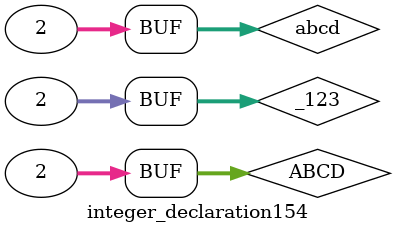
<source format=v>
module testbench_integer_declaration;
    integer_declaration0 integer_declaration_instance0();
    integer_declaration1 integer_declaration_instance1();
    integer_declaration2 integer_declaration_instance2();
    integer_declaration3 integer_declaration_instance3();
    integer_declaration4 integer_declaration_instance4();
    integer_declaration5 integer_declaration_instance5();
    integer_declaration6 integer_declaration_instance6();
    integer_declaration7 integer_declaration_instance7();
    integer_declaration8 integer_declaration_instance8();
    integer_declaration9 integer_declaration_instance9();
    integer_declaration10 integer_declaration_instance10();
    integer_declaration11 integer_declaration_instance11();
    integer_declaration12 integer_declaration_instance12();
    integer_declaration13 integer_declaration_instance13();
    integer_declaration14 integer_declaration_instance14();
    integer_declaration15 integer_declaration_instance15();
    integer_declaration16 integer_declaration_instance16();
    integer_declaration17 integer_declaration_instance17();
    integer_declaration18 integer_declaration_instance18();
    integer_declaration19 integer_declaration_instance19();
    integer_declaration20 integer_declaration_instance20();
    integer_declaration21 integer_declaration_instance21();
    integer_declaration22 integer_declaration_instance22();
    integer_declaration23 integer_declaration_instance23();
    integer_declaration24 integer_declaration_instance24();
    integer_declaration25 integer_declaration_instance25();
    integer_declaration26 integer_declaration_instance26();
    integer_declaration27 integer_declaration_instance27();
    integer_declaration28 integer_declaration_instance28();
    integer_declaration29 integer_declaration_instance29();
    integer_declaration30 integer_declaration_instance30();
    integer_declaration31 integer_declaration_instance31();
    integer_declaration32 integer_declaration_instance32();
    integer_declaration33 integer_declaration_instance33();
    integer_declaration34 integer_declaration_instance34();
    integer_declaration35 integer_declaration_instance35();
    integer_declaration36 integer_declaration_instance36();
    integer_declaration37 integer_declaration_instance37();
    integer_declaration38 integer_declaration_instance38();
    integer_declaration39 integer_declaration_instance39();
    integer_declaration40 integer_declaration_instance40();
    integer_declaration41 integer_declaration_instance41();
    integer_declaration42 integer_declaration_instance42();
    integer_declaration43 integer_declaration_instance43();
    integer_declaration44 integer_declaration_instance44();
    integer_declaration45 integer_declaration_instance45();
    integer_declaration46 integer_declaration_instance46();
    integer_declaration47 integer_declaration_instance47();
    integer_declaration48 integer_declaration_instance48();
    integer_declaration49 integer_declaration_instance49();
    integer_declaration50 integer_declaration_instance50();
    integer_declaration51 integer_declaration_instance51();
    integer_declaration52 integer_declaration_instance52();
    integer_declaration53 integer_declaration_instance53();
    integer_declaration54 integer_declaration_instance54();
    integer_declaration55 integer_declaration_instance55();
    integer_declaration56 integer_declaration_instance56();
    integer_declaration57 integer_declaration_instance57();
    integer_declaration58 integer_declaration_instance58();
    integer_declaration59 integer_declaration_instance59();
    integer_declaration60 integer_declaration_instance60();
    integer_declaration61 integer_declaration_instance61();
    integer_declaration62 integer_declaration_instance62();
    integer_declaration63 integer_declaration_instance63();
    integer_declaration64 integer_declaration_instance64();
    integer_declaration65 integer_declaration_instance65();
    integer_declaration66 integer_declaration_instance66();
    integer_declaration67 integer_declaration_instance67();
    integer_declaration68 integer_declaration_instance68();
    integer_declaration69 integer_declaration_instance69();
    integer_declaration70 integer_declaration_instance70();
    integer_declaration71 integer_declaration_instance71();
    integer_declaration72 integer_declaration_instance72();
    integer_declaration73 integer_declaration_instance73();
    integer_declaration74 integer_declaration_instance74();
    integer_declaration75 integer_declaration_instance75();
    integer_declaration76 integer_declaration_instance76();
    integer_declaration77 integer_declaration_instance77();
    integer_declaration78 integer_declaration_instance78();
    integer_declaration79 integer_declaration_instance79();
    integer_declaration80 integer_declaration_instance80();
    integer_declaration81 integer_declaration_instance81();
    integer_declaration82 integer_declaration_instance82();
    integer_declaration83 integer_declaration_instance83();
    integer_declaration84 integer_declaration_instance84();
    integer_declaration85 integer_declaration_instance85();
    integer_declaration86 integer_declaration_instance86();
    integer_declaration87 integer_declaration_instance87();
    integer_declaration88 integer_declaration_instance88();
    integer_declaration89 integer_declaration_instance89();
    integer_declaration90 integer_declaration_instance90();
    integer_declaration91 integer_declaration_instance91();
    integer_declaration92 integer_declaration_instance92();
    integer_declaration93 integer_declaration_instance93();
    integer_declaration94 integer_declaration_instance94();
    integer_declaration95 integer_declaration_instance95();
    integer_declaration96 integer_declaration_instance96();
    integer_declaration97 integer_declaration_instance97();
    integer_declaration98 integer_declaration_instance98();
    integer_declaration99 integer_declaration_instance99();
    integer_declaration100 integer_declaration_instance100();
    integer_declaration101 integer_declaration_instance101();
    integer_declaration102 integer_declaration_instance102();
    integer_declaration103 integer_declaration_instance103();
    integer_declaration104 integer_declaration_instance104();
    integer_declaration105 integer_declaration_instance105();
    integer_declaration106 integer_declaration_instance106();
    integer_declaration107 integer_declaration_instance107();
    integer_declaration108 integer_declaration_instance108();
    integer_declaration109 integer_declaration_instance109();
    integer_declaration110 integer_declaration_instance110();
    integer_declaration111 integer_declaration_instance111();
    integer_declaration112 integer_declaration_instance112();
    integer_declaration113 integer_declaration_instance113();
    integer_declaration114 integer_declaration_instance114();
    integer_declaration115 integer_declaration_instance115();
    integer_declaration116 integer_declaration_instance116();
    integer_declaration117 integer_declaration_instance117();
    integer_declaration118 integer_declaration_instance118();
    integer_declaration119 integer_declaration_instance119();
    integer_declaration120 integer_declaration_instance120();
    integer_declaration121 integer_declaration_instance121();
    integer_declaration122 integer_declaration_instance122();
    integer_declaration123 integer_declaration_instance123();
    integer_declaration124 integer_declaration_instance124();
    integer_declaration125 integer_declaration_instance125();
    integer_declaration126 integer_declaration_instance126();
    integer_declaration127 integer_declaration_instance127();
    integer_declaration128 integer_declaration_instance128();
    integer_declaration129 integer_declaration_instance129();
    integer_declaration130 integer_declaration_instance130();
    integer_declaration131 integer_declaration_instance131();
    integer_declaration132 integer_declaration_instance132();
    integer_declaration133 integer_declaration_instance133();
    integer_declaration134 integer_declaration_instance134();
    integer_declaration135 integer_declaration_instance135();
    integer_declaration136 integer_declaration_instance136();
    integer_declaration137 integer_declaration_instance137();
    integer_declaration138 integer_declaration_instance138();
    integer_declaration139 integer_declaration_instance139();
    integer_declaration140 integer_declaration_instance140();
    integer_declaration141 integer_declaration_instance141();
    integer_declaration142 integer_declaration_instance142();
    integer_declaration143 integer_declaration_instance143();
    integer_declaration144 integer_declaration_instance144();
    integer_declaration145 integer_declaration_instance145();
    integer_declaration146 integer_declaration_instance146();
    integer_declaration147 integer_declaration_instance147();
    integer_declaration148 integer_declaration_instance148();
    integer_declaration149 integer_declaration_instance149();
    integer_declaration150 integer_declaration_instance150();
    integer_declaration151 integer_declaration_instance151();
    integer_declaration152 integer_declaration_instance152();
    integer_declaration153 integer_declaration_instance153();
    integer_declaration154 integer_declaration_instance154();
endmodule
//@
//author : andreib
module integer_declaration0;
integer abcd;
endmodule
//author : andreib
module integer_declaration1;
integer abcd , ABCD;
endmodule
//author : andreib
module integer_declaration2;
integer abcd , ABCD , _123;
endmodule
//author : andreib
module integer_declaration3;
integer abcd , ABCD , _123 [ 2 : 2 ];
endmodule
//author : andreib
module integer_declaration4;
integer abcd , ABCD , _123 [ 2 : 2 ] [ 2 : 2 ];
endmodule
//author : andreib
module integer_declaration5;
integer abcd , ABCD , _123 [ 2 : 2 ] [ 2 : 2 ] [ 2 : 2 ];
endmodule
//author : andreib
module integer_declaration6;
integer abcd , ABCD , _123 = 2;
endmodule
//author : andreib
module integer_declaration7;
integer abcd , ABCD [ 2 : 2 ];
endmodule
//author : andreib
module integer_declaration8;
integer abcd , ABCD [ 2 : 2 ] , _123;
endmodule
//author : andreib
module integer_declaration9;
integer abcd , ABCD [ 2 : 2 ] , _123 [ 2 : 2 ];
endmodule
//author : andreib
module integer_declaration10;
integer abcd , ABCD [ 2 : 2 ] , _123 [ 2 : 2 ] [ 2 : 2 ];
endmodule
//author : andreib
module integer_declaration11;
integer abcd , ABCD [ 2 : 2 ] , _123 [ 2 : 2 ] [ 2 : 2 ] [ 2 : 2 ];
endmodule
//author : andreib
module integer_declaration12;
integer abcd , ABCD [ 2 : 2 ] , _123 = 2;
endmodule
//author : andreib
module integer_declaration13;
integer abcd , ABCD [ 2 : 2 ] [ 2 : 2 ];
endmodule
//author : andreib
module integer_declaration14;
integer abcd , ABCD [ 2 : 2 ] [ 2 : 2 ] , _123;
endmodule
//author : andreib
module integer_declaration15;
integer abcd , ABCD [ 2 : 2 ] [ 2 : 2 ] , _123 [ 2 : 2 ];
endmodule
//author : andreib
module integer_declaration16;
integer abcd , ABCD [ 2 : 2 ] [ 2 : 2 ] , _123 [ 2 : 2 ] [ 2 : 2 ];
endmodule
//author : andreib
module integer_declaration17;
integer abcd , ABCD [ 2 : 2 ] [ 2 : 2 ] , _123 [ 2 : 2 ] [ 2 : 2 ] [ 2 : 2 ];
endmodule
//author : andreib
module integer_declaration18;
integer abcd , ABCD [ 2 : 2 ] [ 2 : 2 ] , _123 = 2;
endmodule
//author : andreib
module integer_declaration19;
integer abcd , ABCD [ 2 : 2 ] [ 2 : 2 ] [ 2 : 2 ];
endmodule
//author : andreib
module integer_declaration20;
integer abcd , ABCD [ 2 : 2 ] [ 2 : 2 ] [ 2 : 2 ] , _123;
endmodule
//author : andreib
module integer_declaration21;
integer abcd , ABCD [ 2 : 2 ] [ 2 : 2 ] [ 2 : 2 ] , _123 [ 2 : 2 ];
endmodule
//author : andreib
module integer_declaration22;
integer abcd , ABCD [ 2 : 2 ] [ 2 : 2 ] [ 2 : 2 ] , _123 [ 2 : 2 ] [ 2 : 2 ];
endmodule
//author : andreib
module integer_declaration23;
integer abcd , ABCD [ 2 : 2 ] [ 2 : 2 ] [ 2 : 2 ] , _123 [ 2 : 2 ] [ 2 : 2 ] [ 2 : 2 ];
endmodule
//author : andreib
module integer_declaration24;
integer abcd , ABCD [ 2 : 2 ] [ 2 : 2 ] [ 2 : 2 ] , _123 = 2;
endmodule
//author : andreib
module integer_declaration25;
integer abcd , ABCD = 2;
endmodule
//author : andreib
module integer_declaration26;
integer abcd , ABCD = 2 , _123;
endmodule
//author : andreib
module integer_declaration27;
integer abcd , ABCD = 2 , _123 [ 2 : 2 ];
endmodule
//author : andreib
module integer_declaration28;
integer abcd , ABCD = 2 , _123 [ 2 : 2 ] [ 2 : 2 ];
endmodule
//author : andreib
module integer_declaration29;
integer abcd , ABCD = 2 , _123 [ 2 : 2 ] [ 2 : 2 ] [ 2 : 2 ];
endmodule
//author : andreib
module integer_declaration30;
integer abcd , ABCD = 2 , _123 = 2;
endmodule
//author : andreib
module integer_declaration31;
integer abcd [ 2 : 2 ];
endmodule
//author : andreib
module integer_declaration32;
integer abcd [ 2 : 2 ] , ABCD;
endmodule
//author : andreib
module integer_declaration33;
integer abcd [ 2 : 2 ] , ABCD , _123;
endmodule
//author : andreib
module integer_declaration34;
integer abcd [ 2 : 2 ] , ABCD , _123 [ 2 : 2 ];
endmodule
//author : andreib
module integer_declaration35;
integer abcd [ 2 : 2 ] , ABCD , _123 [ 2 : 2 ] [ 2 : 2 ];
endmodule
//author : andreib
module integer_declaration36;
integer abcd [ 2 : 2 ] , ABCD , _123 [ 2 : 2 ] [ 2 : 2 ] [ 2 : 2 ];
endmodule
//author : andreib
module integer_declaration37;
integer abcd [ 2 : 2 ] , ABCD , _123 = 2;
endmodule
//author : andreib
module integer_declaration38;
integer abcd [ 2 : 2 ] , ABCD [ 2 : 2 ];
endmodule
//author : andreib
module integer_declaration39;
integer abcd [ 2 : 2 ] , ABCD [ 2 : 2 ] , _123;
endmodule
//author : andreib
module integer_declaration40;
integer abcd [ 2 : 2 ] , ABCD [ 2 : 2 ] , _123 [ 2 : 2 ];
endmodule
//author : andreib
module integer_declaration41;
integer abcd [ 2 : 2 ] , ABCD [ 2 : 2 ] , _123 [ 2 : 2 ] [ 2 : 2 ];
endmodule
//author : andreib
module integer_declaration42;
integer abcd [ 2 : 2 ] , ABCD [ 2 : 2 ] , _123 [ 2 : 2 ] [ 2 : 2 ] [ 2 : 2 ];
endmodule
//author : andreib
module integer_declaration43;
integer abcd [ 2 : 2 ] , ABCD [ 2 : 2 ] , _123 = 2;
endmodule
//author : andreib
module integer_declaration44;
integer abcd [ 2 : 2 ] , ABCD [ 2 : 2 ] [ 2 : 2 ];
endmodule
//author : andreib
module integer_declaration45;
integer abcd [ 2 : 2 ] , ABCD [ 2 : 2 ] [ 2 : 2 ] , _123;
endmodule
//author : andreib
module integer_declaration46;
integer abcd [ 2 : 2 ] , ABCD [ 2 : 2 ] [ 2 : 2 ] , _123 [ 2 : 2 ];
endmodule
//author : andreib
module integer_declaration47;
integer abcd [ 2 : 2 ] , ABCD [ 2 : 2 ] [ 2 : 2 ] , _123 [ 2 : 2 ] [ 2 : 2 ];
endmodule
//author : andreib
module integer_declaration48;
integer abcd [ 2 : 2 ] , ABCD [ 2 : 2 ] [ 2 : 2 ] , _123 [ 2 : 2 ] [ 2 : 2 ] [ 2 : 2 ];
endmodule
//author : andreib
module integer_declaration49;
integer abcd [ 2 : 2 ] , ABCD [ 2 : 2 ] [ 2 : 2 ] , _123 = 2;
endmodule
//author : andreib
module integer_declaration50;
integer abcd [ 2 : 2 ] , ABCD [ 2 : 2 ] [ 2 : 2 ] [ 2 : 2 ];
endmodule
//author : andreib
module integer_declaration51;
integer abcd [ 2 : 2 ] , ABCD [ 2 : 2 ] [ 2 : 2 ] [ 2 : 2 ] , _123;
endmodule
//author : andreib
module integer_declaration52;
integer abcd [ 2 : 2 ] , ABCD [ 2 : 2 ] [ 2 : 2 ] [ 2 : 2 ] , _123 [ 2 : 2 ];
endmodule
//author : andreib
module integer_declaration53;
integer abcd [ 2 : 2 ] , ABCD [ 2 : 2 ] [ 2 : 2 ] [ 2 : 2 ] , _123 [ 2 : 2 ] [ 2 : 2 ];
endmodule
//author : andreib
module integer_declaration54;
integer abcd [ 2 : 2 ] , ABCD [ 2 : 2 ] [ 2 : 2 ] [ 2 : 2 ] , _123 [ 2 : 2 ] [ 2 : 2 ] [ 2 : 2 ];
endmodule
//author : andreib
module integer_declaration55;
integer abcd [ 2 : 2 ] , ABCD [ 2 : 2 ] [ 2 : 2 ] [ 2 : 2 ] , _123 = 2;
endmodule
//author : andreib
module integer_declaration56;
integer abcd [ 2 : 2 ] , ABCD = 2;
endmodule
//author : andreib
module integer_declaration57;
integer abcd [ 2 : 2 ] , ABCD = 2 , _123;
endmodule
//author : andreib
module integer_declaration58;
integer abcd [ 2 : 2 ] , ABCD = 2 , _123 [ 2 : 2 ];
endmodule
//author : andreib
module integer_declaration59;
integer abcd [ 2 : 2 ] , ABCD = 2 , _123 [ 2 : 2 ] [ 2 : 2 ];
endmodule
//author : andreib
module integer_declaration60;
integer abcd [ 2 : 2 ] , ABCD = 2 , _123 [ 2 : 2 ] [ 2 : 2 ] [ 2 : 2 ];
endmodule
//author : andreib
module integer_declaration61;
integer abcd [ 2 : 2 ] , ABCD = 2 , _123 = 2;
endmodule
//author : andreib
module integer_declaration62;
integer abcd [ 2 : 2 ] [ 2 : 2 ];
endmodule
//author : andreib
module integer_declaration63;
integer abcd [ 2 : 2 ] [ 2 : 2 ] , ABCD;
endmodule
//author : andreib
module integer_declaration64;
integer abcd [ 2 : 2 ] [ 2 : 2 ] , ABCD , _123;
endmodule
//author : andreib
module integer_declaration65;
integer abcd [ 2 : 2 ] [ 2 : 2 ] , ABCD , _123 [ 2 : 2 ];
endmodule
//author : andreib
module integer_declaration66;
integer abcd [ 2 : 2 ] [ 2 : 2 ] , ABCD , _123 [ 2 : 2 ] [ 2 : 2 ];
endmodule
//author : andreib
module integer_declaration67;
integer abcd [ 2 : 2 ] [ 2 : 2 ] , ABCD , _123 [ 2 : 2 ] [ 2 : 2 ] [ 2 : 2 ];
endmodule
//author : andreib
module integer_declaration68;
integer abcd [ 2 : 2 ] [ 2 : 2 ] , ABCD , _123 = 2;
endmodule
//author : andreib
module integer_declaration69;
integer abcd [ 2 : 2 ] [ 2 : 2 ] , ABCD [ 2 : 2 ];
endmodule
//author : andreib
module integer_declaration70;
integer abcd [ 2 : 2 ] [ 2 : 2 ] , ABCD [ 2 : 2 ] , _123;
endmodule
//author : andreib
module integer_declaration71;
integer abcd [ 2 : 2 ] [ 2 : 2 ] , ABCD [ 2 : 2 ] , _123 [ 2 : 2 ];
endmodule
//author : andreib
module integer_declaration72;
integer abcd [ 2 : 2 ] [ 2 : 2 ] , ABCD [ 2 : 2 ] , _123 [ 2 : 2 ] [ 2 : 2 ];
endmodule
//author : andreib
module integer_declaration73;
integer abcd [ 2 : 2 ] [ 2 : 2 ] , ABCD [ 2 : 2 ] , _123 [ 2 : 2 ] [ 2 : 2 ] [ 2 : 2 ];
endmodule
//author : andreib
module integer_declaration74;
integer abcd [ 2 : 2 ] [ 2 : 2 ] , ABCD [ 2 : 2 ] , _123 = 2;
endmodule
//author : andreib
module integer_declaration75;
integer abcd [ 2 : 2 ] [ 2 : 2 ] , ABCD [ 2 : 2 ] [ 2 : 2 ];
endmodule
//author : andreib
module integer_declaration76;
integer abcd [ 2 : 2 ] [ 2 : 2 ] , ABCD [ 2 : 2 ] [ 2 : 2 ] , _123;
endmodule
//author : andreib
module integer_declaration77;
integer abcd [ 2 : 2 ] [ 2 : 2 ] , ABCD [ 2 : 2 ] [ 2 : 2 ] , _123 [ 2 : 2 ];
endmodule
//author : andreib
module integer_declaration78;
integer abcd [ 2 : 2 ] [ 2 : 2 ] , ABCD [ 2 : 2 ] [ 2 : 2 ] , _123 [ 2 : 2 ] [ 2 : 2 ];
endmodule
//author : andreib
module integer_declaration79;
integer abcd [ 2 : 2 ] [ 2 : 2 ] , ABCD [ 2 : 2 ] [ 2 : 2 ] , _123 [ 2 : 2 ] [ 2 : 2 ] [ 2 : 2 ];
endmodule
//author : andreib
module integer_declaration80;
integer abcd [ 2 : 2 ] [ 2 : 2 ] , ABCD [ 2 : 2 ] [ 2 : 2 ] , _123 = 2;
endmodule
//author : andreib
module integer_declaration81;
integer abcd [ 2 : 2 ] [ 2 : 2 ] , ABCD [ 2 : 2 ] [ 2 : 2 ] [ 2 : 2 ];
endmodule
//author : andreib
module integer_declaration82;
integer abcd [ 2 : 2 ] [ 2 : 2 ] , ABCD [ 2 : 2 ] [ 2 : 2 ] [ 2 : 2 ] , _123;
endmodule
//author : andreib
module integer_declaration83;
integer abcd [ 2 : 2 ] [ 2 : 2 ] , ABCD [ 2 : 2 ] [ 2 : 2 ] [ 2 : 2 ] , _123 [ 2 : 2 ];
endmodule
//author : andreib
module integer_declaration84;
integer abcd [ 2 : 2 ] [ 2 : 2 ] , ABCD [ 2 : 2 ] [ 2 : 2 ] [ 2 : 2 ] , _123 [ 2 : 2 ] [ 2 : 2 ];
endmodule
//author : andreib
module integer_declaration85;
integer abcd [ 2 : 2 ] [ 2 : 2 ] , ABCD [ 2 : 2 ] [ 2 : 2 ] [ 2 : 2 ] , _123 [ 2 : 2 ] [ 2 : 2 ] [ 2 : 2 ];
endmodule
//author : andreib
module integer_declaration86;
integer abcd [ 2 : 2 ] [ 2 : 2 ] , ABCD [ 2 : 2 ] [ 2 : 2 ] [ 2 : 2 ] , _123 = 2;
endmodule
//author : andreib
module integer_declaration87;
integer abcd [ 2 : 2 ] [ 2 : 2 ] , ABCD = 2;
endmodule
//author : andreib
module integer_declaration88;
integer abcd [ 2 : 2 ] [ 2 : 2 ] , ABCD = 2 , _123;
endmodule
//author : andreib
module integer_declaration89;
integer abcd [ 2 : 2 ] [ 2 : 2 ] , ABCD = 2 , _123 [ 2 : 2 ];
endmodule
//author : andreib
module integer_declaration90;
integer abcd [ 2 : 2 ] [ 2 : 2 ] , ABCD = 2 , _123 [ 2 : 2 ] [ 2 : 2 ];
endmodule
//author : andreib
module integer_declaration91;
integer abcd [ 2 : 2 ] [ 2 : 2 ] , ABCD = 2 , _123 [ 2 : 2 ] [ 2 : 2 ] [ 2 : 2 ];
endmodule
//author : andreib
module integer_declaration92;
integer abcd [ 2 : 2 ] [ 2 : 2 ] , ABCD = 2 , _123 = 2;
endmodule
//author : andreib
module integer_declaration93;
integer abcd [ 2 : 2 ] [ 2 : 2 ] [ 2 : 2 ];
endmodule
//author : andreib
module integer_declaration94;
integer abcd [ 2 : 2 ] [ 2 : 2 ] [ 2 : 2 ] , ABCD;
endmodule
//author : andreib
module integer_declaration95;
integer abcd [ 2 : 2 ] [ 2 : 2 ] [ 2 : 2 ] , ABCD , _123;
endmodule
//author : andreib
module integer_declaration96;
integer abcd [ 2 : 2 ] [ 2 : 2 ] [ 2 : 2 ] , ABCD , _123 [ 2 : 2 ];
endmodule
//author : andreib
module integer_declaration97;
integer abcd [ 2 : 2 ] [ 2 : 2 ] [ 2 : 2 ] , ABCD , _123 [ 2 : 2 ] [ 2 : 2 ];
endmodule
//author : andreib
module integer_declaration98;
integer abcd [ 2 : 2 ] [ 2 : 2 ] [ 2 : 2 ] , ABCD , _123 [ 2 : 2 ] [ 2 : 2 ] [ 2 : 2 ];
endmodule
//author : andreib
module integer_declaration99;
integer abcd [ 2 : 2 ] [ 2 : 2 ] [ 2 : 2 ] , ABCD , _123 = 2;
endmodule
//author : andreib
module integer_declaration100;
integer abcd [ 2 : 2 ] [ 2 : 2 ] [ 2 : 2 ] , ABCD [ 2 : 2 ];
endmodule
//author : andreib
module integer_declaration101;
integer abcd [ 2 : 2 ] [ 2 : 2 ] [ 2 : 2 ] , ABCD [ 2 : 2 ] , _123;
endmodule
//author : andreib
module integer_declaration102;
integer abcd [ 2 : 2 ] [ 2 : 2 ] [ 2 : 2 ] , ABCD [ 2 : 2 ] , _123 [ 2 : 2 ];
endmodule
//author : andreib
module integer_declaration103;
integer abcd [ 2 : 2 ] [ 2 : 2 ] [ 2 : 2 ] , ABCD [ 2 : 2 ] , _123 [ 2 : 2 ] [ 2 : 2 ];
endmodule
//author : andreib
module integer_declaration104;
integer abcd [ 2 : 2 ] [ 2 : 2 ] [ 2 : 2 ] , ABCD [ 2 : 2 ] , _123 [ 2 : 2 ] [ 2 : 2 ] [ 2 : 2 ];
endmodule
//author : andreib
module integer_declaration105;
integer abcd [ 2 : 2 ] [ 2 : 2 ] [ 2 : 2 ] , ABCD [ 2 : 2 ] , _123 = 2;
endmodule
//author : andreib
module integer_declaration106;
integer abcd [ 2 : 2 ] [ 2 : 2 ] [ 2 : 2 ] , ABCD [ 2 : 2 ] [ 2 : 2 ];
endmodule
//author : andreib
module integer_declaration107;
integer abcd [ 2 : 2 ] [ 2 : 2 ] [ 2 : 2 ] , ABCD [ 2 : 2 ] [ 2 : 2 ] , _123;
endmodule
//author : andreib
module integer_declaration108;
integer abcd [ 2 : 2 ] [ 2 : 2 ] [ 2 : 2 ] , ABCD [ 2 : 2 ] [ 2 : 2 ] , _123 [ 2 : 2 ];
endmodule
//author : andreib
module integer_declaration109;
integer abcd [ 2 : 2 ] [ 2 : 2 ] [ 2 : 2 ] , ABCD [ 2 : 2 ] [ 2 : 2 ] , _123 [ 2 : 2 ] [ 2 : 2 ];
endmodule
//author : andreib
module integer_declaration110;
integer abcd [ 2 : 2 ] [ 2 : 2 ] [ 2 : 2 ] , ABCD [ 2 : 2 ] [ 2 : 2 ] , _123 [ 2 : 2 ] [ 2 : 2 ] [ 2 : 2 ];
endmodule
//author : andreib
module integer_declaration111;
integer abcd [ 2 : 2 ] [ 2 : 2 ] [ 2 : 2 ] , ABCD [ 2 : 2 ] [ 2 : 2 ] , _123 = 2;
endmodule
//author : andreib
module integer_declaration112;
integer abcd [ 2 : 2 ] [ 2 : 2 ] [ 2 : 2 ] , ABCD [ 2 : 2 ] [ 2 : 2 ] [ 2 : 2 ];
endmodule
//author : andreib
module integer_declaration113;
integer abcd [ 2 : 2 ] [ 2 : 2 ] [ 2 : 2 ] , ABCD [ 2 : 2 ] [ 2 : 2 ] [ 2 : 2 ] , _123;
endmodule
//author : andreib
module integer_declaration114;
integer abcd [ 2 : 2 ] [ 2 : 2 ] [ 2 : 2 ] , ABCD [ 2 : 2 ] [ 2 : 2 ] [ 2 : 2 ] , _123 [ 2 : 2 ];
endmodule
//author : andreib
module integer_declaration115;
integer abcd [ 2 : 2 ] [ 2 : 2 ] [ 2 : 2 ] , ABCD [ 2 : 2 ] [ 2 : 2 ] [ 2 : 2 ] , _123 [ 2 : 2 ] [ 2 : 2 ];
endmodule
//author : andreib
module integer_declaration116;
integer abcd [ 2 : 2 ] [ 2 : 2 ] [ 2 : 2 ] , ABCD [ 2 : 2 ] [ 2 : 2 ] [ 2 : 2 ] , _123 [ 2 : 2 ] [ 2 : 2 ] [ 2 : 2 ];
endmodule
//author : andreib
module integer_declaration117;
integer abcd [ 2 : 2 ] [ 2 : 2 ] [ 2 : 2 ] , ABCD [ 2 : 2 ] [ 2 : 2 ] [ 2 : 2 ] , _123 = 2;
endmodule
//author : andreib
module integer_declaration118;
integer abcd [ 2 : 2 ] [ 2 : 2 ] [ 2 : 2 ] , ABCD = 2;
endmodule
//author : andreib
module integer_declaration119;
integer abcd [ 2 : 2 ] [ 2 : 2 ] [ 2 : 2 ] , ABCD = 2 , _123;
endmodule
//author : andreib
module integer_declaration120;
integer abcd [ 2 : 2 ] [ 2 : 2 ] [ 2 : 2 ] , ABCD = 2 , _123 [ 2 : 2 ];
endmodule
//author : andreib
module integer_declaration121;
integer abcd [ 2 : 2 ] [ 2 : 2 ] [ 2 : 2 ] , ABCD = 2 , _123 [ 2 : 2 ] [ 2 : 2 ];
endmodule
//author : andreib
module integer_declaration122;
integer abcd [ 2 : 2 ] [ 2 : 2 ] [ 2 : 2 ] , ABCD = 2 , _123 [ 2 : 2 ] [ 2 : 2 ] [ 2 : 2 ];
endmodule
//author : andreib
module integer_declaration123;
integer abcd [ 2 : 2 ] [ 2 : 2 ] [ 2 : 2 ] , ABCD = 2 , _123 = 2;
endmodule
//author : andreib
module integer_declaration124;
integer abcd = 2;
endmodule
//author : andreib
module integer_declaration125;
integer abcd = 2 , ABCD;
endmodule
//author : andreib
module integer_declaration126;
integer abcd = 2 , ABCD , _123;
endmodule
//author : andreib
module integer_declaration127;
integer abcd = 2 , ABCD , _123 [ 2 : 2 ];
endmodule
//author : andreib
module integer_declaration128;
integer abcd = 2 , ABCD , _123 [ 2 : 2 ] [ 2 : 2 ];
endmodule
//author : andreib
module integer_declaration129;
integer abcd = 2 , ABCD , _123 [ 2 : 2 ] [ 2 : 2 ] [ 2 : 2 ];
endmodule
//author : andreib
module integer_declaration130;
integer abcd = 2 , ABCD , _123 = 2;
endmodule
//author : andreib
module integer_declaration131;
integer abcd = 2 , ABCD [ 2 : 2 ];
endmodule
//author : andreib
module integer_declaration132;
integer abcd = 2 , ABCD [ 2 : 2 ] , _123;
endmodule
//author : andreib
module integer_declaration133;
integer abcd = 2 , ABCD [ 2 : 2 ] , _123 [ 2 : 2 ];
endmodule
//author : andreib
module integer_declaration134;
integer abcd = 2 , ABCD [ 2 : 2 ] , _123 [ 2 : 2 ] [ 2 : 2 ];
endmodule
//author : andreib
module integer_declaration135;
integer abcd = 2 , ABCD [ 2 : 2 ] , _123 [ 2 : 2 ] [ 2 : 2 ] [ 2 : 2 ];
endmodule
//author : andreib
module integer_declaration136;
integer abcd = 2 , ABCD [ 2 : 2 ] , _123 = 2;
endmodule
//author : andreib
module integer_declaration137;
integer abcd = 2 , ABCD [ 2 : 2 ] [ 2 : 2 ];
endmodule
//author : andreib
module integer_declaration138;
integer abcd = 2 , ABCD [ 2 : 2 ] [ 2 : 2 ] , _123;
endmodule
//author : andreib
module integer_declaration139;
integer abcd = 2 , ABCD [ 2 : 2 ] [ 2 : 2 ] , _123 [ 2 : 2 ];
endmodule
//author : andreib
module integer_declaration140;
integer abcd = 2 , ABCD [ 2 : 2 ] [ 2 : 2 ] , _123 [ 2 : 2 ] [ 2 : 2 ];
endmodule
//author : andreib
module integer_declaration141;
integer abcd = 2 , ABCD [ 2 : 2 ] [ 2 : 2 ] , _123 [ 2 : 2 ] [ 2 : 2 ] [ 2 : 2 ];
endmodule
//author : andreib
module integer_declaration142;
integer abcd = 2 , ABCD [ 2 : 2 ] [ 2 : 2 ] , _123 = 2;
endmodule
//author : andreib
module integer_declaration143;
integer abcd = 2 , ABCD [ 2 : 2 ] [ 2 : 2 ] [ 2 : 2 ];
endmodule
//author : andreib
module integer_declaration144;
integer abcd = 2 , ABCD [ 2 : 2 ] [ 2 : 2 ] [ 2 : 2 ] , _123;
endmodule
//author : andreib
module integer_declaration145;
integer abcd = 2 , ABCD [ 2 : 2 ] [ 2 : 2 ] [ 2 : 2 ] , _123 [ 2 : 2 ];
endmodule
//author : andreib
module integer_declaration146;
integer abcd = 2 , ABCD [ 2 : 2 ] [ 2 : 2 ] [ 2 : 2 ] , _123 [ 2 : 2 ] [ 2 : 2 ];
endmodule
//author : andreib
module integer_declaration147;
integer abcd = 2 , ABCD [ 2 : 2 ] [ 2 : 2 ] [ 2 : 2 ] , _123 [ 2 : 2 ] [ 2 : 2 ] [ 2 : 2 ];
endmodule
//author : andreib
module integer_declaration148;
integer abcd = 2 , ABCD [ 2 : 2 ] [ 2 : 2 ] [ 2 : 2 ] , _123 = 2;
endmodule
//author : andreib
module integer_declaration149;
integer abcd = 2 , ABCD = 2;
endmodule
//author : andreib
module integer_declaration150;
integer abcd = 2 , ABCD = 2 , _123;
endmodule
//author : andreib
module integer_declaration151;
integer abcd = 2 , ABCD = 2 , _123 [ 2 : 2 ];
endmodule
//author : andreib
module integer_declaration152;
integer abcd = 2 , ABCD = 2 , _123 [ 2 : 2 ] [ 2 : 2 ];
endmodule
//author : andreib
module integer_declaration153;
integer abcd = 2 , ABCD = 2 , _123 [ 2 : 2 ] [ 2 : 2 ] [ 2 : 2 ];
endmodule
//author : andreib
module integer_declaration154;
integer abcd = 2 , ABCD = 2 , _123 = 2;
endmodule

</source>
